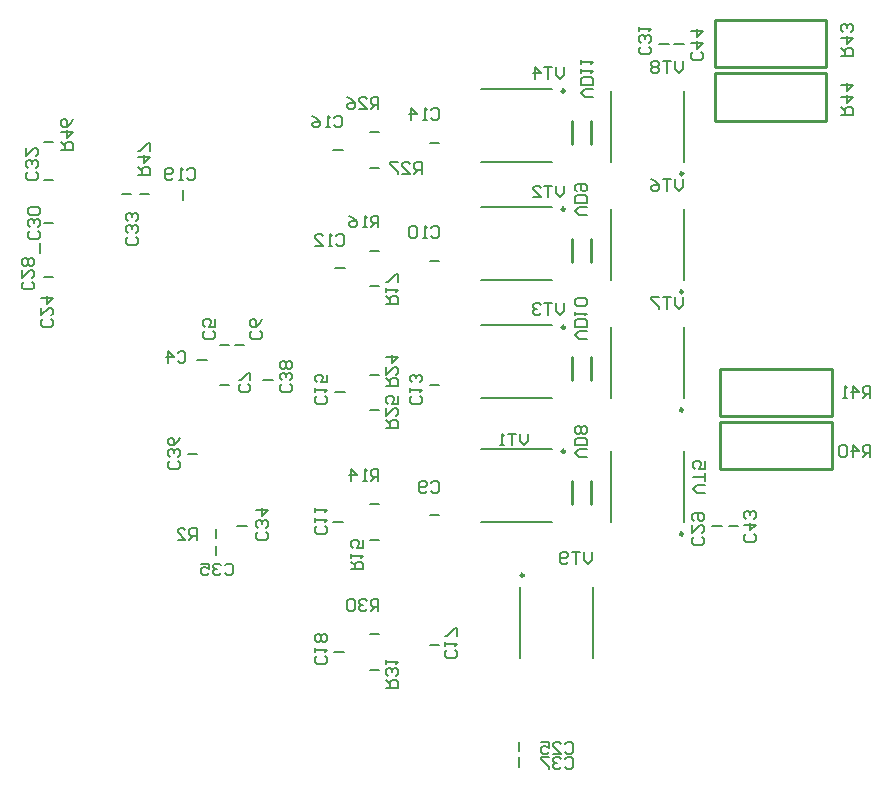
<source format=gbo>
G04 Layer_Color=33789*
%FSLAX44Y44*%
%MOMM*%
G71*
G01*
G75*
%ADD32C,0.2000*%
%ADD52C,0.2540*%
%ADD53C,0.1500*%
D32*
X700000Y610000D02*
X760000D01*
X700000Y672000D02*
X760000D01*
X810000Y610000D02*
Y670000D01*
X872000Y610000D02*
Y670000D01*
X795000Y495000D02*
Y555000D01*
X733000Y495000D02*
Y555000D01*
X810000Y915000D02*
Y975000D01*
X872000Y915000D02*
Y975000D01*
X810000Y715000D02*
Y775000D01*
X872000Y715000D02*
Y775000D01*
X810000Y815000D02*
Y875000D01*
X872000Y815000D02*
Y875000D01*
X700000Y915000D02*
X760000D01*
X700000Y977000D02*
X760000D01*
X700000Y715000D02*
X760000D01*
X700000Y777000D02*
X760000D01*
X700000Y815000D02*
X760000D01*
X700000Y877000D02*
X760000D01*
X794004Y584869D02*
Y578204D01*
X790672Y574872D01*
X787339Y578204D01*
Y584869D01*
X784007D02*
X777343D01*
X780675D01*
Y574872D01*
X774010Y576538D02*
X772344Y574872D01*
X769012D01*
X767346Y576538D01*
Y583203D01*
X769012Y584869D01*
X772344D01*
X774010Y583203D01*
Y581536D01*
X772344Y579870D01*
X767346D01*
X870966Y1000667D02*
Y994002D01*
X867634Y990670D01*
X864302Y994002D01*
Y1000667D01*
X860969D02*
X854305D01*
X857637D01*
Y990670D01*
X850972Y999001D02*
X849306Y1000667D01*
X845974D01*
X844308Y999001D01*
Y997335D01*
X845974Y995668D01*
X844308Y994002D01*
Y992336D01*
X845974Y990670D01*
X849306D01*
X850972Y992336D01*
Y994002D01*
X849306Y995668D01*
X850972Y997335D01*
Y999001D01*
X849306Y995668D02*
X845974D01*
X870966Y800515D02*
Y793850D01*
X867634Y790518D01*
X864302Y793850D01*
Y800515D01*
X860969D02*
X854305D01*
X857637D01*
Y790518D01*
X850972Y800515D02*
X844308D01*
Y798849D01*
X850972Y792184D01*
Y790518D01*
X870966Y900591D02*
Y893926D01*
X867634Y890594D01*
X864302Y893926D01*
Y900591D01*
X860969D02*
X854305D01*
X857637D01*
Y890594D01*
X844308Y900591D02*
X847640Y898925D01*
X850972Y895592D01*
Y892260D01*
X849306Y890594D01*
X845974D01*
X844308Y892260D01*
Y893926D01*
X845974Y895592D01*
X850972D01*
X889997Y635000D02*
X883332D01*
X880000Y638332D01*
X883332Y641665D01*
X889997D01*
Y644997D02*
Y651661D01*
Y648329D01*
X880000D01*
X889997Y661658D02*
Y654994D01*
X884998D01*
X886665Y658326D01*
Y659992D01*
X884998Y661658D01*
X881666D01*
X880000Y659992D01*
Y656660D01*
X881666Y654994D01*
X770636Y995079D02*
Y988414D01*
X767304Y985082D01*
X763971Y988414D01*
Y995079D01*
X760639D02*
X753975D01*
X757307D01*
Y985082D01*
X745644D02*
Y995079D01*
X750642Y990080D01*
X743978D01*
X770636Y795181D02*
Y788516D01*
X767304Y785184D01*
X763971Y788516D01*
Y795181D01*
X760639D02*
X753975D01*
X757307D01*
Y785184D01*
X750642Y793515D02*
X748976Y795181D01*
X745644D01*
X743978Y793515D01*
Y791849D01*
X745644Y790182D01*
X747310D01*
X745644D01*
X743978Y788516D01*
Y786850D01*
X745644Y785184D01*
X748976D01*
X750642Y786850D01*
X770636Y895003D02*
Y888338D01*
X767304Y885006D01*
X763971Y888338D01*
Y895003D01*
X760639D02*
X753975D01*
X757307D01*
Y885006D01*
X743978D02*
X750642D01*
X743978Y891671D01*
Y893337D01*
X745644Y895003D01*
X748976D01*
X750642Y893337D01*
X740000Y684997D02*
Y678332D01*
X736668Y675000D01*
X733335Y678332D01*
Y684997D01*
X730003D02*
X723339D01*
X726671D01*
Y675000D01*
X720006D02*
X716674D01*
X718340D01*
Y684997D01*
X720006Y683331D01*
X794997Y970000D02*
X788332D01*
X785000Y973332D01*
X788332Y976665D01*
X794997D01*
Y979997D02*
X785000D01*
Y984995D01*
X786666Y986661D01*
X793331D01*
X794997Y984995D01*
Y979997D01*
X785000Y989994D02*
Y993326D01*
Y991660D01*
X794997D01*
X793331Y989994D01*
X785000Y998324D02*
Y1001656D01*
Y999990D01*
X794997D01*
X793331Y998324D01*
X789997Y765000D02*
X783332D01*
X780000Y768332D01*
X783332Y771665D01*
X789997D01*
Y774997D02*
X780000D01*
Y779995D01*
X781666Y781661D01*
X788331D01*
X789997Y779995D01*
Y774997D01*
X780000Y784994D02*
Y788326D01*
Y786660D01*
X789997D01*
X788331Y784994D01*
Y793324D02*
X789997Y794990D01*
Y798323D01*
X788331Y799989D01*
X781666D01*
X780000Y798323D01*
Y794990D01*
X781666Y793324D01*
X788331D01*
X789997Y870000D02*
X783332D01*
X780000Y873332D01*
X783332Y876665D01*
X789997D01*
Y879997D02*
X780000D01*
Y884995D01*
X781666Y886661D01*
X788331D01*
X789997Y884995D01*
Y879997D01*
X781666Y889994D02*
X780000Y891660D01*
Y894992D01*
X781666Y896658D01*
X788331D01*
X789997Y894992D01*
Y891660D01*
X788331Y889994D01*
X786665D01*
X784998Y891660D01*
Y896658D01*
X789997Y665000D02*
X783332D01*
X780000Y668332D01*
X783332Y671665D01*
X789997D01*
Y674997D02*
X780000D01*
Y679995D01*
X781666Y681661D01*
X788331D01*
X789997Y679995D01*
Y674997D01*
X788331Y684994D02*
X789997Y686660D01*
Y689992D01*
X788331Y691658D01*
X786665D01*
X784998Y689992D01*
X783332Y691658D01*
X781666D01*
X780000Y689992D01*
Y686660D01*
X781666Y684994D01*
X783332D01*
X784998Y686660D01*
X786665Y684994D01*
X788331D01*
X784998Y686660D02*
Y689992D01*
X410000Y904000D02*
X419997D01*
Y908998D01*
X418331Y910665D01*
X414998D01*
X413332Y908998D01*
Y904000D01*
Y907332D02*
X410000Y910665D01*
Y918995D02*
X419997D01*
X414998Y913997D01*
Y920661D01*
X419997Y923994D02*
Y930658D01*
X418331D01*
X411666Y923994D01*
X410000D01*
X345000Y925000D02*
X354997D01*
Y929998D01*
X353331Y931665D01*
X349998D01*
X348332Y929998D01*
Y925000D01*
Y928332D02*
X345000Y931665D01*
Y939995D02*
X354997D01*
X349998Y934997D01*
Y941661D01*
X354997Y951658D02*
X353331Y948326D01*
X349998Y944994D01*
X346666D01*
X345000Y946660D01*
Y949992D01*
X346666Y951658D01*
X348332D01*
X349998Y949992D01*
Y944994D01*
X1005000Y955000D02*
X1014997D01*
Y959998D01*
X1013331Y961665D01*
X1009998D01*
X1008332Y959998D01*
Y955000D01*
Y958332D02*
X1005000Y961665D01*
Y969995D02*
X1014997D01*
X1009998Y964997D01*
Y971661D01*
X1005000Y979992D02*
X1014997D01*
X1009998Y974994D01*
Y981658D01*
X1005000Y1005000D02*
X1014997D01*
Y1009998D01*
X1013331Y1011665D01*
X1009998D01*
X1008332Y1009998D01*
Y1005000D01*
Y1008332D02*
X1005000Y1011665D01*
Y1019995D02*
X1014997D01*
X1009998Y1014997D01*
Y1021661D01*
X1013331Y1024994D02*
X1014997Y1026660D01*
Y1029992D01*
X1013331Y1031658D01*
X1011665D01*
X1009998Y1029992D01*
Y1028326D01*
Y1029992D01*
X1008332Y1031658D01*
X1006666D01*
X1005000Y1029992D01*
Y1026660D01*
X1006666Y1024994D01*
X1030000Y715000D02*
Y724997D01*
X1025002D01*
X1023335Y723331D01*
Y719998D01*
X1025002Y718332D01*
X1030000D01*
X1026668D02*
X1023335Y715000D01*
X1015005D02*
Y724997D01*
X1020003Y719998D01*
X1013339D01*
X1010006Y715000D02*
X1006674D01*
X1008340D01*
Y724997D01*
X1010006Y723331D01*
X1030000Y665000D02*
Y674997D01*
X1025002D01*
X1023335Y673331D01*
Y669998D01*
X1025002Y668332D01*
X1030000D01*
X1026668D02*
X1023335Y665000D01*
X1015005D02*
Y674997D01*
X1020003Y669998D01*
X1013339D01*
X1010006Y673331D02*
X1008340Y674997D01*
X1005008D01*
X1003342Y673331D01*
Y666666D01*
X1005008Y665000D01*
X1008340D01*
X1010006Y666666D01*
Y673331D01*
X620000Y470000D02*
X629997D01*
Y474998D01*
X628331Y476665D01*
X624998D01*
X623332Y474998D01*
Y470000D01*
Y473332D02*
X620000Y476665D01*
X628331Y479997D02*
X629997Y481663D01*
Y484995D01*
X628331Y486661D01*
X626665D01*
X624998Y484995D01*
Y483329D01*
Y484995D01*
X623332Y486661D01*
X621666D01*
X620000Y484995D01*
Y481663D01*
X621666Y479997D01*
X620000Y489994D02*
Y493326D01*
Y491660D01*
X629997D01*
X628331Y489994D01*
X613410Y534740D02*
Y544737D01*
X608412D01*
X606745Y543071D01*
Y539738D01*
X608412Y538072D01*
X613410D01*
X610078D02*
X606745Y534740D01*
X603413Y543071D02*
X601747Y544737D01*
X598415D01*
X596749Y543071D01*
Y541404D01*
X598415Y539738D01*
X600081D01*
X598415D01*
X596749Y538072D01*
Y536406D01*
X598415Y534740D01*
X601747D01*
X603413Y536406D01*
X593416Y543071D02*
X591750Y544737D01*
X588418D01*
X586752Y543071D01*
Y536406D01*
X588418Y534740D01*
X591750D01*
X593416Y536406D01*
Y543071D01*
X650000Y905000D02*
Y914997D01*
X645002D01*
X643335Y913331D01*
Y909998D01*
X645002Y908332D01*
X650000D01*
X646668D02*
X643335Y905000D01*
X633339D02*
X640003D01*
X633339Y911665D01*
Y913331D01*
X635005Y914997D01*
X638337D01*
X640003Y913331D01*
X630006Y914997D02*
X623342D01*
Y913331D01*
X630006Y906666D01*
Y905000D01*
X613410Y959682D02*
Y969679D01*
X608412D01*
X606745Y968013D01*
Y964680D01*
X608412Y963014D01*
X613410D01*
X610078D02*
X606745Y959682D01*
X596749D02*
X603413D01*
X596749Y966347D01*
Y968013D01*
X598415Y969679D01*
X601747D01*
X603413Y968013D01*
X586752Y969679D02*
X590084Y968013D01*
X593416Y964680D01*
Y961348D01*
X591750Y959682D01*
X588418D01*
X586752Y961348D01*
Y963014D01*
X588418Y964680D01*
X593416D01*
X620000Y690000D02*
X629997D01*
Y694998D01*
X628331Y696665D01*
X624998D01*
X623332Y694998D01*
Y690000D01*
Y693332D02*
X620000Y696665D01*
Y706661D02*
Y699997D01*
X626665Y706661D01*
X628331D01*
X629997Y704995D01*
Y701663D01*
X628331Y699997D01*
X629997Y716658D02*
Y709994D01*
X624998D01*
X626665Y713326D01*
Y714992D01*
X624998Y716658D01*
X621666D01*
X620000Y714992D01*
Y711660D01*
X621666Y709994D01*
X620000Y725000D02*
X629997D01*
Y729998D01*
X628331Y731665D01*
X624998D01*
X623332Y729998D01*
Y725000D01*
Y728332D02*
X620000Y731665D01*
Y741661D02*
Y734997D01*
X626665Y741661D01*
X628331D01*
X629997Y739995D01*
Y736663D01*
X628331Y734997D01*
X620000Y749992D02*
X629997D01*
X624998Y744994D01*
Y751658D01*
X620000Y795000D02*
X629997D01*
Y799998D01*
X628331Y801665D01*
X624998D01*
X623332Y799998D01*
Y795000D01*
Y798332D02*
X620000Y801665D01*
Y804997D02*
Y808329D01*
Y806663D01*
X629997D01*
X628331Y804997D01*
X629997Y813327D02*
Y819992D01*
X628331D01*
X621666Y813327D01*
X620000D01*
X613410Y859606D02*
Y869603D01*
X608412D01*
X606745Y867937D01*
Y864604D01*
X608412Y862938D01*
X613410D01*
X610078D02*
X606745Y859606D01*
X603413D02*
X600081D01*
X601747D01*
Y869603D01*
X603413Y867937D01*
X588418Y869603D02*
X591750Y867937D01*
X595083Y864604D01*
Y861272D01*
X593416Y859606D01*
X590084D01*
X588418Y861272D01*
Y862938D01*
X590084Y864604D01*
X595083D01*
X590000Y570000D02*
X599997D01*
Y574998D01*
X598331Y576665D01*
X594998D01*
X593332Y574998D01*
Y570000D01*
Y573332D02*
X590000Y576665D01*
Y579997D02*
Y583329D01*
Y581663D01*
X599997D01*
X598331Y579997D01*
X599997Y594992D02*
Y588327D01*
X594998D01*
X596665Y591660D01*
Y593326D01*
X594998Y594992D01*
X591666D01*
X590000Y593326D01*
Y589994D01*
X591666Y588327D01*
X613410Y644722D02*
Y654719D01*
X608412D01*
X606745Y653053D01*
Y649720D01*
X608412Y648054D01*
X613410D01*
X610078D02*
X606745Y644722D01*
X603413D02*
X600081D01*
X601747D01*
Y654719D01*
X603413Y653053D01*
X590084Y644722D02*
Y654719D01*
X595083Y649720D01*
X588418D01*
X460000Y595000D02*
Y604997D01*
X455002D01*
X453335Y603331D01*
Y599998D01*
X455002Y598332D01*
X460000D01*
X456668D02*
X453335Y595000D01*
X443339D02*
X450003D01*
X443339Y601665D01*
Y603331D01*
X445005Y604997D01*
X448337D01*
X450003Y603331D01*
X538331Y726665D02*
X539997Y724998D01*
Y721666D01*
X538331Y720000D01*
X531666D01*
X530000Y721666D01*
Y724998D01*
X531666Y726665D01*
X538331Y729997D02*
X539997Y731663D01*
Y734995D01*
X538331Y736661D01*
X536665D01*
X534998Y734995D01*
Y733329D01*
Y734995D01*
X533332Y736661D01*
X531666D01*
X530000Y734995D01*
Y731663D01*
X531666Y729997D01*
X538331Y739994D02*
X539997Y741660D01*
Y744992D01*
X538331Y746658D01*
X536665D01*
X534998Y744992D01*
X533332Y746658D01*
X531666D01*
X530000Y744992D01*
Y741660D01*
X531666Y739994D01*
X533332D01*
X534998Y741660D01*
X536665Y739994D01*
X538331D01*
X534998Y741660D02*
Y744992D01*
X443331Y661665D02*
X444997Y659998D01*
Y656666D01*
X443331Y655000D01*
X436666D01*
X435000Y656666D01*
Y659998D01*
X436666Y661665D01*
X443331Y664997D02*
X444997Y666663D01*
Y669995D01*
X443331Y671661D01*
X441665D01*
X439998Y669995D01*
Y668329D01*
Y669995D01*
X438332Y671661D01*
X436666D01*
X435000Y669995D01*
Y666663D01*
X436666Y664997D01*
X444997Y681658D02*
X443331Y678326D01*
X439998Y674994D01*
X436666D01*
X435000Y676660D01*
Y679992D01*
X436666Y681658D01*
X438332D01*
X439998Y679992D01*
Y674994D01*
X483335Y573331D02*
X485002Y574997D01*
X488334D01*
X490000Y573331D01*
Y566666D01*
X488334Y565000D01*
X485002D01*
X483335Y566666D01*
X480003Y573331D02*
X478337Y574997D01*
X475005D01*
X473339Y573331D01*
Y571665D01*
X475005Y569998D01*
X476671D01*
X475005D01*
X473339Y568332D01*
Y566666D01*
X475005Y565000D01*
X478337D01*
X480003Y566666D01*
X463342Y574997D02*
X470006D01*
Y569998D01*
X466674Y571665D01*
X465008D01*
X463342Y569998D01*
Y566666D01*
X465008Y565000D01*
X468340D01*
X470006Y566666D01*
X518331Y601665D02*
X519997Y599998D01*
Y596666D01*
X518331Y595000D01*
X511666D01*
X510000Y596666D01*
Y599998D01*
X511666Y601665D01*
X518331Y604997D02*
X519997Y606663D01*
Y609995D01*
X518331Y611661D01*
X516665D01*
X514998Y609995D01*
Y608329D01*
Y609995D01*
X513332Y611661D01*
X511666D01*
X510000Y609995D01*
Y606663D01*
X511666Y604997D01*
X510000Y619992D02*
X519997D01*
X514998Y614994D01*
Y621658D01*
X408331Y851665D02*
X409997Y849998D01*
Y846666D01*
X408331Y845000D01*
X401666D01*
X400000Y846666D01*
Y849998D01*
X401666Y851665D01*
X408331Y854997D02*
X409997Y856663D01*
Y859995D01*
X408331Y861661D01*
X406665D01*
X404998Y859995D01*
Y858329D01*
Y859995D01*
X403332Y861661D01*
X401666D01*
X400000Y859995D01*
Y856663D01*
X401666Y854997D01*
X408331Y864994D02*
X409997Y866660D01*
Y869992D01*
X408331Y871658D01*
X406665D01*
X404998Y869992D01*
Y868326D01*
Y869992D01*
X403332Y871658D01*
X401666D01*
X400000Y869992D01*
Y866660D01*
X401666Y864994D01*
X323331Y906665D02*
X324997Y904998D01*
Y901666D01*
X323331Y900000D01*
X316666D01*
X315000Y901666D01*
Y904998D01*
X316666Y906665D01*
X323331Y909997D02*
X324997Y911663D01*
Y914995D01*
X323331Y916661D01*
X321665D01*
X319998Y914995D01*
Y913329D01*
Y914995D01*
X318332Y916661D01*
X316666D01*
X315000Y914995D01*
Y911663D01*
X316666Y909997D01*
X315000Y926658D02*
Y919994D01*
X321665Y926658D01*
X323331D01*
X324997Y924992D01*
Y921660D01*
X323331Y919994D01*
X842331Y1012664D02*
X843997Y1010998D01*
Y1007666D01*
X842331Y1006000D01*
X835666D01*
X834000Y1007666D01*
Y1010998D01*
X835666Y1012664D01*
X842331Y1015997D02*
X843997Y1017663D01*
Y1020995D01*
X842331Y1022661D01*
X840665D01*
X838998Y1020995D01*
Y1019329D01*
Y1020995D01*
X837332Y1022661D01*
X835666D01*
X834000Y1020995D01*
Y1017663D01*
X835666Y1015997D01*
X834000Y1025994D02*
Y1029326D01*
Y1027660D01*
X843997D01*
X842331Y1025994D01*
X325331Y856665D02*
X326997Y854998D01*
Y851666D01*
X325331Y850000D01*
X318666D01*
X317000Y851666D01*
Y854998D01*
X318666Y856665D01*
X325331Y859997D02*
X326997Y861663D01*
Y864995D01*
X325331Y866661D01*
X323665D01*
X321998Y864995D01*
Y863329D01*
Y864995D01*
X320332Y866661D01*
X318666D01*
X317000Y864995D01*
Y861663D01*
X318666Y859997D01*
X325331Y869994D02*
X326997Y871660D01*
Y874992D01*
X325331Y876658D01*
X318666D01*
X317000Y874992D01*
Y871660D01*
X318666Y869994D01*
X325331D01*
X887331Y597664D02*
X888997Y595998D01*
Y592666D01*
X887331Y591000D01*
X880666D01*
X879000Y592666D01*
Y595998D01*
X880666Y597664D01*
X879000Y607661D02*
Y600997D01*
X885665Y607661D01*
X887331D01*
X888997Y605995D01*
Y602663D01*
X887331Y600997D01*
X880666Y610994D02*
X879000Y612660D01*
Y615992D01*
X880666Y617658D01*
X887331D01*
X888997Y615992D01*
Y612660D01*
X887331Y610994D01*
X885665D01*
X883998Y612660D01*
Y617658D01*
X320331Y813664D02*
X321997Y811998D01*
Y808666D01*
X320331Y807000D01*
X313666D01*
X312000Y808666D01*
Y811998D01*
X313666Y813664D01*
X312000Y823661D02*
Y816997D01*
X318664Y823661D01*
X320331D01*
X321997Y821995D01*
Y818663D01*
X320331Y816997D01*
Y826994D02*
X321997Y828660D01*
Y831992D01*
X320331Y833658D01*
X318664D01*
X316998Y831992D01*
X315332Y833658D01*
X313666D01*
X312000Y831992D01*
Y828660D01*
X313666Y826994D01*
X315332D01*
X316998Y828660D01*
X318664Y826994D01*
X320331D01*
X316998Y828660D02*
Y831992D01*
X771336Y422331D02*
X773002Y423997D01*
X776334D01*
X778000Y422331D01*
Y415666D01*
X776334Y414000D01*
X773002D01*
X771336Y415666D01*
X761339Y414000D02*
X768003D01*
X761339Y420664D01*
Y422331D01*
X763005Y423997D01*
X766337D01*
X768003Y422331D01*
X751342Y423997D02*
X758007D01*
Y418998D01*
X754674Y420664D01*
X753008D01*
X751342Y418998D01*
Y415666D01*
X753008Y414000D01*
X756340D01*
X758007Y415666D01*
X336331Y781665D02*
X337997Y779998D01*
Y776666D01*
X336331Y775000D01*
X329666D01*
X328000Y776666D01*
Y779998D01*
X329666Y781665D01*
X328000Y791661D02*
Y784997D01*
X334664Y791661D01*
X336331D01*
X337997Y789995D01*
Y786663D01*
X336331Y784997D01*
X328000Y799992D02*
X337997D01*
X332998Y794994D01*
Y801658D01*
X451297Y907815D02*
X452964Y909481D01*
X456296D01*
X457962Y907815D01*
Y901150D01*
X456296Y899484D01*
X452964D01*
X451297Y901150D01*
X447965Y899484D02*
X444633D01*
X446299D01*
Y909481D01*
X447965Y907815D01*
X439635Y901150D02*
X437968Y899484D01*
X434636D01*
X432970Y901150D01*
Y907815D01*
X434636Y909481D01*
X437968D01*
X439635Y907815D01*
Y906149D01*
X437968Y904482D01*
X432970D01*
X568331Y496665D02*
X569997Y494998D01*
Y491666D01*
X568331Y490000D01*
X561666D01*
X560000Y491666D01*
Y494998D01*
X561666Y496665D01*
X560000Y499997D02*
Y503329D01*
Y501663D01*
X569997D01*
X568331Y499997D01*
Y508327D02*
X569997Y509994D01*
Y513326D01*
X568331Y514992D01*
X566665D01*
X564998Y513326D01*
X563332Y514992D01*
X561666D01*
X560000Y513326D01*
Y509994D01*
X561666Y508327D01*
X563332D01*
X564998Y509994D01*
X566665Y508327D01*
X568331D01*
X564998Y509994D02*
Y513326D01*
X678331Y501665D02*
X679997Y499998D01*
Y496666D01*
X678331Y495000D01*
X671666D01*
X670000Y496666D01*
Y499998D01*
X671666Y501665D01*
X670000Y504997D02*
Y508329D01*
Y506663D01*
X679997D01*
X678331Y504997D01*
X679997Y513327D02*
Y519992D01*
X678331D01*
X671666Y513327D01*
X670000D01*
X575757Y952519D02*
X577424Y954185D01*
X580756D01*
X582422Y952519D01*
Y945854D01*
X580756Y944188D01*
X577424D01*
X575757Y945854D01*
X572425Y944188D02*
X569093D01*
X570759D01*
Y954185D01*
X572425Y952519D01*
X557430Y954185D02*
X560762Y952519D01*
X564095Y949186D01*
Y945854D01*
X562428Y944188D01*
X559096D01*
X557430Y945854D01*
Y947520D01*
X559096Y949186D01*
X564095D01*
X568331Y716665D02*
X569997Y714998D01*
Y711666D01*
X568331Y710000D01*
X561666D01*
X560000Y711666D01*
Y714998D01*
X561666Y716665D01*
X560000Y719997D02*
Y723329D01*
Y721663D01*
X569997D01*
X568331Y719997D01*
X569997Y734992D02*
Y728327D01*
X564998D01*
X566665Y731660D01*
Y733326D01*
X564998Y734992D01*
X561666D01*
X560000Y733326D01*
Y729994D01*
X561666Y728327D01*
X657800Y958869D02*
X659466Y960535D01*
X662798D01*
X664464Y958869D01*
Y952204D01*
X662798Y950538D01*
X659466D01*
X657800Y952204D01*
X654467Y950538D02*
X651135D01*
X652801D01*
Y960535D01*
X654467Y958869D01*
X641138Y950538D02*
Y960535D01*
X646137Y955536D01*
X639472D01*
X648331Y716665D02*
X649997Y714998D01*
Y711666D01*
X648331Y710000D01*
X641666D01*
X640000Y711666D01*
Y714998D01*
X641666Y716665D01*
X640000Y719997D02*
Y723329D01*
Y721663D01*
X649997D01*
X648331Y719997D01*
Y728327D02*
X649997Y729994D01*
Y733326D01*
X648331Y734992D01*
X646665D01*
X644998Y733326D01*
Y731660D01*
Y733326D01*
X643332Y734992D01*
X641666D01*
X640000Y733326D01*
Y729994D01*
X641666Y728327D01*
X577789Y852443D02*
X579456Y854109D01*
X582788D01*
X584454Y852443D01*
Y845778D01*
X582788Y844112D01*
X579456D01*
X577789Y845778D01*
X574457Y844112D02*
X571125D01*
X572791D01*
Y854109D01*
X574457Y852443D01*
X559462Y844112D02*
X566127D01*
X559462Y850777D01*
Y852443D01*
X561128Y854109D01*
X564460D01*
X566127Y852443D01*
X568331Y606665D02*
X569997Y604998D01*
Y601666D01*
X568331Y600000D01*
X561666D01*
X560000Y601666D01*
Y604998D01*
X561666Y606665D01*
X560000Y609997D02*
Y613329D01*
Y611663D01*
X569997D01*
X568331Y609997D01*
X560000Y618327D02*
Y621660D01*
Y619994D01*
X569997D01*
X568331Y618327D01*
X657800Y858793D02*
X659466Y860459D01*
X662798D01*
X664464Y858793D01*
Y852128D01*
X662798Y850462D01*
X659466D01*
X657800Y852128D01*
X654467Y850462D02*
X651135D01*
X652801D01*
Y860459D01*
X654467Y858793D01*
X646137D02*
X644470Y860459D01*
X641138D01*
X639472Y858793D01*
Y852128D01*
X641138Y850462D01*
X644470D01*
X646137Y852128D01*
Y858793D01*
X657800Y643401D02*
X659466Y645067D01*
X662798D01*
X664464Y643401D01*
Y636736D01*
X662798Y635070D01*
X659466D01*
X657800Y636736D01*
X654467D02*
X652801Y635070D01*
X649469D01*
X647803Y636736D01*
Y643401D01*
X649469Y645067D01*
X652801D01*
X654467Y643401D01*
Y641734D01*
X652801Y640068D01*
X647803D01*
X503331Y726665D02*
X504997Y724998D01*
Y721666D01*
X503331Y720000D01*
X496666D01*
X495000Y721666D01*
Y724998D01*
X496666Y726665D01*
X504997Y729997D02*
Y736661D01*
X503331D01*
X496666Y729997D01*
X495000D01*
X513331Y771665D02*
X514997Y769998D01*
Y766666D01*
X513331Y765000D01*
X506666D01*
X505000Y766666D01*
Y769998D01*
X506666Y771665D01*
X514997Y781661D02*
X513331Y778329D01*
X509998Y774997D01*
X506666D01*
X505000Y776663D01*
Y779995D01*
X506666Y781661D01*
X508332D01*
X509998Y779995D01*
Y774997D01*
X473331Y771665D02*
X474997Y769998D01*
Y766666D01*
X473331Y765000D01*
X466666D01*
X465000Y766666D01*
Y769998D01*
X466666Y771665D01*
X474997Y781661D02*
Y774997D01*
X469998D01*
X471665Y778329D01*
Y779995D01*
X469998Y781661D01*
X466666D01*
X465000Y779995D01*
Y776663D01*
X466666Y774997D01*
X443335Y753331D02*
X445002Y754997D01*
X448334D01*
X450000Y753331D01*
Y746666D01*
X448334Y745000D01*
X445002D01*
X443335Y746666D01*
X435005Y745000D02*
Y754997D01*
X440003Y749998D01*
X433339D01*
X771336Y409331D02*
X773002Y410997D01*
X776334D01*
X778000Y409331D01*
Y402666D01*
X776334Y401000D01*
X773002D01*
X771336Y402666D01*
X768003Y409331D02*
X766337Y410997D01*
X763005D01*
X761339Y409331D01*
Y407664D01*
X763005Y405998D01*
X764671D01*
X763005D01*
X761339Y404332D01*
Y402666D01*
X763005Y401000D01*
X766337D01*
X768003Y402666D01*
X758007Y410997D02*
X751342D01*
Y409331D01*
X758007Y402666D01*
Y401000D01*
X931331Y599664D02*
X932997Y597998D01*
Y594666D01*
X931331Y593000D01*
X924666D01*
X923000Y594666D01*
Y597998D01*
X924666Y599664D01*
X923000Y607995D02*
X932997D01*
X927998Y602997D01*
Y609661D01*
X931331Y612994D02*
X932997Y614660D01*
Y617992D01*
X931331Y619658D01*
X929665D01*
X927998Y617992D01*
Y616326D01*
Y617992D01*
X926332Y619658D01*
X924666D01*
X923000Y617992D01*
Y614660D01*
X924666Y612994D01*
X886331Y1007664D02*
X887997Y1005998D01*
Y1002666D01*
X886331Y1001000D01*
X879666D01*
X878000Y1002666D01*
Y1005998D01*
X879666Y1007664D01*
X878000Y1015995D02*
X887997D01*
X882998Y1010997D01*
Y1017661D01*
X878000Y1025992D02*
X887997D01*
X882998Y1020994D01*
Y1027658D01*
D52*
X771414Y670000D02*
G03*
X771414Y670000I-1414J0D01*
G01*
X871414Y600000D02*
G03*
X871414Y600000I-1414J0D01*
G01*
X736414Y565000D02*
G03*
X736414Y565000I-1414J0D01*
G01*
X871414Y905000D02*
G03*
X871414Y905000I-1414J0D01*
G01*
X871414Y705000D02*
G03*
X871414Y705000I-1414J0D01*
G01*
X871414Y805000D02*
G03*
X871414Y805000I-1414J0D01*
G01*
X771414Y975000D02*
G03*
X771414Y975000I-1414J0D01*
G01*
X771414Y775000D02*
G03*
X771414Y775000I-1414J0D01*
G01*
X771414Y875000D02*
G03*
X771414Y875000I-1414J0D01*
G01*
X997000Y700000D02*
Y740000D01*
X903000Y700000D02*
X997000D01*
X903000D02*
Y740000D01*
X997000D01*
Y655000D02*
Y695000D01*
X903000Y655000D02*
X997000D01*
X903000D02*
Y695000D01*
X997000D01*
X777000Y930000D02*
Y950000D01*
X793000Y930000D02*
Y950000D01*
X777000Y830000D02*
Y850000D01*
X793000Y830000D02*
Y850000D01*
X777000Y730000D02*
Y750000D01*
X793000Y730000D02*
Y750000D01*
X777000Y625000D02*
Y645000D01*
X793000Y625000D02*
Y645000D01*
X992000Y995000D02*
Y1035000D01*
X898000Y995000D02*
X992000D01*
X898000D02*
Y1035000D01*
X992000D01*
Y950000D02*
Y990000D01*
X898000Y950000D02*
X992000D01*
X898000D02*
Y990000D01*
X992000D01*
D53*
X606190Y910000D02*
X613810D01*
X657000Y726000D02*
X665000D01*
X606190Y735000D02*
X613810D01*
X577000Y720000D02*
X585000D01*
X606190Y705000D02*
X613810D01*
X606190Y810000D02*
X613810D01*
X896000Y607000D02*
X904000D01*
X657000Y506000D02*
X665000D01*
X576000Y500000D02*
X584000D01*
X606190Y485000D02*
X613810D01*
X606190Y595000D02*
X613810D01*
X575000Y610000D02*
X583000D01*
X476000Y596190D02*
Y603810D01*
Y582000D02*
Y590000D01*
X452000Y668000D02*
X460000D01*
X479000Y726000D02*
X487000D01*
X516000Y730000D02*
X524000D01*
X492000Y760000D02*
X500000D01*
X479000D02*
X487000D01*
X460000Y747000D02*
X468000D01*
X330000Y900000D02*
X338000D01*
X396000Y888000D02*
X404000D01*
X411190D02*
X418810D01*
X330000Y863000D02*
X338000D01*
X327000Y838000D02*
Y846000D01*
X330000Y818000D02*
X338000D01*
X330190Y932000D02*
X337810D01*
X851000Y1015000D02*
X859000D01*
X448000Y883000D02*
Y891000D01*
X494000Y607000D02*
X502000D01*
X657000Y931350D02*
X665000D01*
X606190Y515000D02*
X613810D01*
X606190Y940000D02*
X613810D01*
X606190Y840000D02*
X613810D01*
X606190Y625000D02*
X613810D01*
X575000Y925000D02*
X583000D01*
X577000Y825000D02*
X585000D01*
X657000Y831350D02*
X665000D01*
X657000Y616000D02*
X665000D01*
X910000Y607000D02*
X918000D01*
X864000Y1015000D02*
X872000D01*
X732000Y416000D02*
Y424000D01*
Y403000D02*
Y411000D01*
M02*

</source>
